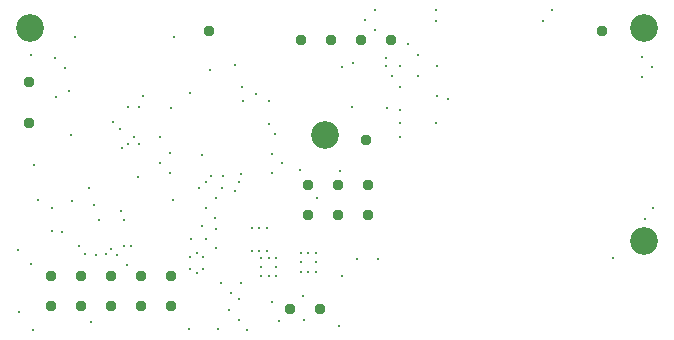
<source format=gbr>
%TF.GenerationSoftware,Altium Limited,Altium Designer,20.1.8 (145)*%
G04 Layer_Color=0*
%FSLAX45Y45*%
%MOMM*%
%TF.SameCoordinates,98D083CD-8668-4ABA-A521-F4C8EB5CE2D3*%
%TF.FilePolarity,Positive*%
%TF.FileFunction,Plated,1,4,PTH,Drill*%
%TF.Part,Single*%
G01*
G75*
%TA.AperFunction,ComponentDrill*%
%ADD64C,0.95000*%
%TA.AperFunction,OtherDrill,Pad Free-1 (2mm,26mm)*%
%ADD65C,2.35000*%
%TA.AperFunction,OtherDrill,Pad Free-1 (54mm,26mm)*%
%ADD66C,2.35000*%
%TA.AperFunction,OtherDrill,Pad Free-1 (27mm,17mm)*%
%ADD67C,2.35000*%
%TA.AperFunction,OtherDrill,Pad Free-1 (54mm,8mm)*%
%ADD68C,2.35000*%
%TA.AperFunction,ViaDrill,NotFilled*%
%ADD69C,0.30000*%
D64*
X192904Y2146670D02*
D03*
X5046980Y2580640D02*
D03*
X192904Y1799694D02*
D03*
X1715259Y2578745D02*
D03*
X3042860Y1656590D02*
D03*
X2651760Y223520D02*
D03*
X2397760D02*
D03*
X3259700Y2500000D02*
D03*
X3005700D02*
D03*
X2751700D02*
D03*
X2497700D02*
D03*
X1398399Y247460D02*
D03*
X1144399D02*
D03*
X890399D02*
D03*
X636399D02*
D03*
X382399D02*
D03*
Y501460D02*
D03*
X636399D02*
D03*
X890399D02*
D03*
X1144399D02*
D03*
X1398399D02*
D03*
X2550160Y1275080D02*
D03*
X2804160D02*
D03*
X3058160D02*
D03*
Y1021080D02*
D03*
X2804160D02*
D03*
X2550160D02*
D03*
D65*
X200000Y2600000D02*
D03*
D66*
X5400000D02*
D03*
D67*
X2700000Y1700000D02*
D03*
D68*
X5400000Y800000D02*
D03*
D69*
X551846Y1700636D02*
D03*
X1153213Y2025857D02*
D03*
X976707Y1584193D02*
D03*
X3221556Y1924387D02*
D03*
X1029547Y1620743D02*
D03*
X1126580D02*
D03*
Y1931626D02*
D03*
X902860Y1809097D02*
D03*
X1544320Y55880D02*
D03*
X1789121Y50794D02*
D03*
X2828525Y1394642D02*
D03*
X2632646Y1164797D02*
D03*
X2487712Y1402767D02*
D03*
X3334884Y1683884D02*
D03*
X2929274Y1934099D02*
D03*
X3332606Y1905283D02*
D03*
X2556760Y538700D02*
D03*
X2618740D02*
D03*
Y618340D02*
D03*
Y696824D02*
D03*
X2556760D02*
D03*
X2493860Y618340D02*
D03*
Y538700D02*
D03*
Y696824D02*
D03*
X3215451Y2279479D02*
D03*
X3402264Y2469494D02*
D03*
X3216324Y2344893D02*
D03*
X3488769Y2195609D02*
D03*
X3636955Y1799018D02*
D03*
X3743797Y1998638D02*
D03*
X3644300Y2026983D02*
D03*
X3335021Y1802756D02*
D03*
X1633608Y1251502D02*
D03*
X1936900Y1225923D02*
D03*
X1987859Y1363641D02*
D03*
X1730875Y1347909D02*
D03*
X1966064Y1297639D02*
D03*
X3331573Y2104648D02*
D03*
X2226654Y1787092D02*
D03*
X3264146Y2200768D02*
D03*
X2844800Y2270760D02*
D03*
X2931764Y2308346D02*
D03*
X3124700Y2585720D02*
D03*
X3037840Y2669540D02*
D03*
X3124700Y2755900D02*
D03*
X3638799Y2660574D02*
D03*
X4541163Y2658788D02*
D03*
X2271900Y1704548D02*
D03*
X209149Y2371705D02*
D03*
X5472444Y1075824D02*
D03*
X5407414Y984782D02*
D03*
X2967606Y647601D02*
D03*
X3147277Y650550D02*
D03*
X5139394Y652953D02*
D03*
X4618892Y2752791D02*
D03*
X3639699Y2752792D02*
D03*
X229163Y45074D02*
D03*
X1305215Y1680376D02*
D03*
X1079354Y1676474D02*
D03*
X963916Y1744157D02*
D03*
X1830098Y1250099D02*
D03*
X1994823Y2102724D02*
D03*
X1658620Y1529080D02*
D03*
X845630Y686322D02*
D03*
X612446Y760886D02*
D03*
X669430Y693279D02*
D03*
X757530Y680241D02*
D03*
X1053960Y760893D02*
D03*
X996580D02*
D03*
X1654105Y927212D02*
D03*
X1562997Y813153D02*
D03*
X1557010Y663021D02*
D03*
X1663710D02*
D03*
X1665433Y562221D02*
D03*
X1555287D02*
D03*
X1610360Y532250D02*
D03*
Y695960D02*
D03*
X1934778Y2292505D02*
D03*
X408816Y2346013D02*
D03*
X418566Y2017136D02*
D03*
X101976Y722125D02*
D03*
X109355Y201352D02*
D03*
X714303Y110886D02*
D03*
X2820478Y79803D02*
D03*
X2840787Y505320D02*
D03*
X2515023Y331124D02*
D03*
X2250440Y281940D02*
D03*
X2308860Y121920D02*
D03*
X2034467Y45074D02*
D03*
X2519680Y132080D02*
D03*
X559145Y1140441D02*
D03*
X270454Y1148583D02*
D03*
X383865Y1076951D02*
D03*
X211341Y604570D02*
D03*
X702934Y1247677D02*
D03*
X742919Y1103827D02*
D03*
X781064Y977900D02*
D03*
X1116517Y1341689D02*
D03*
X495687Y2267579D02*
D03*
X534390Y2068646D02*
D03*
X1390346Y1923178D02*
D03*
X1552620Y2055327D02*
D03*
X1414780Y1144675D02*
D03*
X1722120Y2250900D02*
D03*
X1029547Y1931626D02*
D03*
X1420000Y2529840D02*
D03*
X581555D02*
D03*
X2332780Y1457960D02*
D03*
X2249050Y1375724D02*
D03*
X3333391Y2278169D02*
D03*
X969802Y1053622D02*
D03*
X890399Y732760D02*
D03*
X1689589Y1297639D02*
D03*
X1303020Y1457960D02*
D03*
X1023880Y596900D02*
D03*
X940125Y677553D02*
D03*
X1686560Y820000D02*
D03*
Y1079840D02*
D03*
X5381709Y2359706D02*
D03*
X1387800Y1541780D02*
D03*
X1982840Y445321D02*
D03*
X1831853Y1346203D02*
D03*
X2004060Y1985000D02*
D03*
X231140Y1442720D02*
D03*
X469900Y878660D02*
D03*
X5381709Y2192423D02*
D03*
X2142800Y906780D02*
D03*
X2205020D02*
D03*
X2078280D02*
D03*
Y713740D02*
D03*
X2142800D02*
D03*
X2205020D02*
D03*
X2112800Y2046644D02*
D03*
X1387800Y1374140D02*
D03*
X2284346Y580321D02*
D03*
Y502860D02*
D03*
Y657413D02*
D03*
X2160580Y657860D02*
D03*
Y502860D02*
D03*
Y580321D02*
D03*
X996580Y976622D02*
D03*
X2249050Y1539240D02*
D03*
X2222500Y1985000D02*
D03*
X5467520Y2275737D02*
D03*
X3488251Y2372249D02*
D03*
X3643110Y2278169D02*
D03*
X1771220Y1160780D02*
D03*
X1770860Y998220D02*
D03*
X1771220Y901700D02*
D03*
Y739140D02*
D03*
X384568Y883572D02*
D03*
X1884680Y218440D02*
D03*
X1971892Y304600D02*
D03*
X1972680Y134266D02*
D03*
X1898600Y357941D02*
D03*
X1816100Y445321D02*
D03*
X2222800Y502860D02*
D03*
Y657860D02*
D03*
%TF.MD5,3f37cb7230929af136a411c7bc1e39da*%
M02*

</source>
